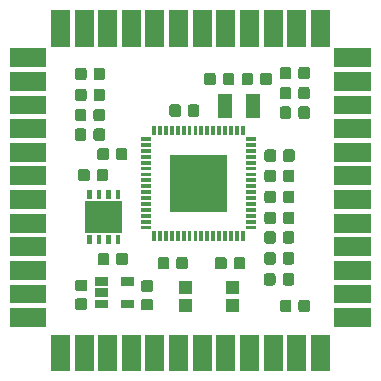
<source format=gbr>
G04 #@! TF.GenerationSoftware,KiCad,Pcbnew,(5.1.5-0-10_14)*
G04 #@! TF.CreationDate,2019-12-28T15:12:34-06:00*
G04 #@! TF.ProjectId,CircuitBrains Deluxe v1_3,43697263-7569-4744-9272-61696e732044,rev?*
G04 #@! TF.SameCoordinates,Original*
G04 #@! TF.FileFunction,Soldermask,Top*
G04 #@! TF.FilePolarity,Negative*
%FSLAX46Y46*%
G04 Gerber Fmt 4.6, Leading zero omitted, Abs format (unit mm)*
G04 Created by KiCad (PCBNEW (5.1.5-0-10_14)) date 2019-12-28 15:12:34*
%MOMM*%
%LPD*%
G04 APERTURE LIST*
%ADD10C,0.100000*%
G04 APERTURE END LIST*
D10*
G36*
X111450800Y-116250800D02*
G01*
X109849200Y-116250800D01*
X109849200Y-113149200D01*
X111450800Y-113149200D01*
X111450800Y-116250800D01*
G37*
G36*
X109450800Y-116250800D02*
G01*
X107849200Y-116250800D01*
X107849200Y-113149200D01*
X109450800Y-113149200D01*
X109450800Y-116250800D01*
G37*
G36*
X107450800Y-116250800D02*
G01*
X105849200Y-116250800D01*
X105849200Y-113149200D01*
X107450800Y-113149200D01*
X107450800Y-116250800D01*
G37*
G36*
X105450800Y-116250800D02*
G01*
X103849200Y-116250800D01*
X103849200Y-113149200D01*
X105450800Y-113149200D01*
X105450800Y-116250800D01*
G37*
G36*
X103450800Y-116250800D02*
G01*
X101849200Y-116250800D01*
X101849200Y-113149200D01*
X103450800Y-113149200D01*
X103450800Y-116250800D01*
G37*
G36*
X101450800Y-116250800D02*
G01*
X99849200Y-116250800D01*
X99849200Y-113149200D01*
X101450800Y-113149200D01*
X101450800Y-116250800D01*
G37*
G36*
X99450800Y-116250800D02*
G01*
X97849200Y-116250800D01*
X97849200Y-113149200D01*
X99450800Y-113149200D01*
X99450800Y-116250800D01*
G37*
G36*
X97450800Y-116250800D02*
G01*
X95849200Y-116250800D01*
X95849200Y-113149200D01*
X97450800Y-113149200D01*
X97450800Y-116250800D01*
G37*
G36*
X95450800Y-116250800D02*
G01*
X93849200Y-116250800D01*
X93849200Y-113149200D01*
X95450800Y-113149200D01*
X95450800Y-116250800D01*
G37*
G36*
X93450800Y-116250800D02*
G01*
X91849200Y-116250800D01*
X91849200Y-113149200D01*
X93450800Y-113149200D01*
X93450800Y-116250800D01*
G37*
G36*
X91450800Y-116250800D02*
G01*
X89849200Y-116250800D01*
X89849200Y-113149200D01*
X91450800Y-113149200D01*
X91450800Y-116250800D01*
G37*
G36*
X89450800Y-116250800D02*
G01*
X87849200Y-116250800D01*
X87849200Y-113149200D01*
X89450800Y-113149200D01*
X89450800Y-116250800D01*
G37*
G36*
X87450800Y-112500800D02*
G01*
X84349200Y-112500800D01*
X84349200Y-110899200D01*
X87450800Y-110899200D01*
X87450800Y-112500800D01*
G37*
G36*
X114950800Y-112500800D02*
G01*
X111849200Y-112500800D01*
X111849200Y-110899200D01*
X114950800Y-110899200D01*
X114950800Y-112500800D01*
G37*
G36*
X99753800Y-111268800D02*
G01*
X98652200Y-111268800D01*
X98652200Y-110167200D01*
X99753800Y-110167200D01*
X99753800Y-111268800D01*
G37*
G36*
X103753800Y-111268800D02*
G01*
X102652200Y-111268800D01*
X102652200Y-110167200D01*
X103753800Y-110167200D01*
X103753800Y-111268800D01*
G37*
G36*
X109599561Y-110178646D02*
G01*
X109640574Y-110191088D01*
X109678380Y-110211295D01*
X109711513Y-110238487D01*
X109738705Y-110271620D01*
X109758912Y-110309426D01*
X109771354Y-110350439D01*
X109775800Y-110395582D01*
X109775800Y-111004418D01*
X109771354Y-111049561D01*
X109758912Y-111090574D01*
X109738705Y-111128380D01*
X109711513Y-111161513D01*
X109678380Y-111188705D01*
X109640574Y-111208912D01*
X109599561Y-111221354D01*
X109554418Y-111225800D01*
X109020582Y-111225800D01*
X108975439Y-111221354D01*
X108934426Y-111208912D01*
X108896620Y-111188705D01*
X108863487Y-111161513D01*
X108836295Y-111128380D01*
X108816088Y-111090574D01*
X108803646Y-111049561D01*
X108799200Y-111004418D01*
X108799200Y-110395582D01*
X108803646Y-110350439D01*
X108816088Y-110309426D01*
X108836295Y-110271620D01*
X108863487Y-110238487D01*
X108896620Y-110211295D01*
X108934426Y-110191088D01*
X108975439Y-110178646D01*
X109020582Y-110174200D01*
X109554418Y-110174200D01*
X109599561Y-110178646D01*
G37*
G36*
X108024561Y-110178646D02*
G01*
X108065574Y-110191088D01*
X108103380Y-110211295D01*
X108136513Y-110238487D01*
X108163705Y-110271620D01*
X108183912Y-110309426D01*
X108196354Y-110350439D01*
X108200800Y-110395582D01*
X108200800Y-111004418D01*
X108196354Y-111049561D01*
X108183912Y-111090574D01*
X108163705Y-111128380D01*
X108136513Y-111161513D01*
X108103380Y-111188705D01*
X108065574Y-111208912D01*
X108024561Y-111221354D01*
X107979418Y-111225800D01*
X107445582Y-111225800D01*
X107400439Y-111221354D01*
X107359426Y-111208912D01*
X107321620Y-111188705D01*
X107288487Y-111161513D01*
X107261295Y-111128380D01*
X107241088Y-111090574D01*
X107228646Y-111049561D01*
X107224200Y-111004418D01*
X107224200Y-110395582D01*
X107228646Y-110350439D01*
X107241088Y-110309426D01*
X107261295Y-110271620D01*
X107288487Y-110238487D01*
X107321620Y-110211295D01*
X107359426Y-110191088D01*
X107400439Y-110178646D01*
X107445582Y-110174200D01*
X107979418Y-110174200D01*
X108024561Y-110178646D01*
G37*
G36*
X96345561Y-110120646D02*
G01*
X96386574Y-110133088D01*
X96424380Y-110153295D01*
X96457513Y-110180487D01*
X96484705Y-110213620D01*
X96504912Y-110251426D01*
X96517354Y-110292439D01*
X96521800Y-110337582D01*
X96521800Y-110871418D01*
X96517354Y-110916561D01*
X96504912Y-110957574D01*
X96484705Y-110995380D01*
X96457513Y-111028513D01*
X96424380Y-111055705D01*
X96386574Y-111075912D01*
X96345561Y-111088354D01*
X96300418Y-111092800D01*
X95691582Y-111092800D01*
X95646439Y-111088354D01*
X95605426Y-111075912D01*
X95567620Y-111055705D01*
X95534487Y-111028513D01*
X95507295Y-110995380D01*
X95487088Y-110957574D01*
X95474646Y-110916561D01*
X95470200Y-110871418D01*
X95470200Y-110337582D01*
X95474646Y-110292439D01*
X95487088Y-110251426D01*
X95507295Y-110213620D01*
X95534487Y-110180487D01*
X95567620Y-110153295D01*
X95605426Y-110133088D01*
X95646439Y-110120646D01*
X95691582Y-110116200D01*
X96300418Y-110116200D01*
X96345561Y-110120646D01*
G37*
G36*
X90757561Y-110069646D02*
G01*
X90798574Y-110082088D01*
X90836380Y-110102295D01*
X90869513Y-110129487D01*
X90896705Y-110162620D01*
X90916912Y-110200426D01*
X90929354Y-110241439D01*
X90933800Y-110286582D01*
X90933800Y-110820418D01*
X90929354Y-110865561D01*
X90916912Y-110906574D01*
X90896705Y-110944380D01*
X90869513Y-110977513D01*
X90836380Y-111004705D01*
X90798574Y-111024912D01*
X90757561Y-111037354D01*
X90712418Y-111041800D01*
X90103582Y-111041800D01*
X90058439Y-111037354D01*
X90017426Y-111024912D01*
X89979620Y-111004705D01*
X89946487Y-110977513D01*
X89919295Y-110944380D01*
X89899088Y-110906574D01*
X89886646Y-110865561D01*
X89882200Y-110820418D01*
X89882200Y-110286582D01*
X89886646Y-110241439D01*
X89899088Y-110200426D01*
X89919295Y-110162620D01*
X89946487Y-110129487D01*
X89979620Y-110102295D01*
X90017426Y-110082088D01*
X90058439Y-110069646D01*
X90103582Y-110065200D01*
X90712418Y-110065200D01*
X90757561Y-110069646D01*
G37*
G36*
X92698800Y-110926800D02*
G01*
X91537200Y-110926800D01*
X91537200Y-110175200D01*
X92698800Y-110175200D01*
X92698800Y-110926800D01*
G37*
G36*
X94898800Y-110926800D02*
G01*
X93737200Y-110926800D01*
X93737200Y-110175200D01*
X94898800Y-110175200D01*
X94898800Y-110926800D01*
G37*
G36*
X114950800Y-110500800D02*
G01*
X111849200Y-110500800D01*
X111849200Y-108899200D01*
X114950800Y-108899200D01*
X114950800Y-110500800D01*
G37*
G36*
X87450800Y-110500800D02*
G01*
X84349200Y-110500800D01*
X84349200Y-108899200D01*
X87450800Y-108899200D01*
X87450800Y-110500800D01*
G37*
G36*
X92698800Y-109976800D02*
G01*
X91537200Y-109976800D01*
X91537200Y-109225200D01*
X92698800Y-109225200D01*
X92698800Y-109976800D01*
G37*
G36*
X103753800Y-109668800D02*
G01*
X102652200Y-109668800D01*
X102652200Y-108567200D01*
X103753800Y-108567200D01*
X103753800Y-109668800D01*
G37*
G36*
X99753800Y-109668800D02*
G01*
X98652200Y-109668800D01*
X98652200Y-108567200D01*
X99753800Y-108567200D01*
X99753800Y-109668800D01*
G37*
G36*
X96345561Y-108545646D02*
G01*
X96386574Y-108558088D01*
X96424380Y-108578295D01*
X96457513Y-108605487D01*
X96484705Y-108638620D01*
X96504912Y-108676426D01*
X96517354Y-108717439D01*
X96521800Y-108762582D01*
X96521800Y-109296418D01*
X96517354Y-109341561D01*
X96504912Y-109382574D01*
X96484705Y-109420380D01*
X96457513Y-109453513D01*
X96424380Y-109480705D01*
X96386574Y-109500912D01*
X96345561Y-109513354D01*
X96300418Y-109517800D01*
X95691582Y-109517800D01*
X95646439Y-109513354D01*
X95605426Y-109500912D01*
X95567620Y-109480705D01*
X95534487Y-109453513D01*
X95507295Y-109420380D01*
X95487088Y-109382574D01*
X95474646Y-109341561D01*
X95470200Y-109296418D01*
X95470200Y-108762582D01*
X95474646Y-108717439D01*
X95487088Y-108676426D01*
X95507295Y-108638620D01*
X95534487Y-108605487D01*
X95567620Y-108578295D01*
X95605426Y-108558088D01*
X95646439Y-108545646D01*
X95691582Y-108541200D01*
X96300418Y-108541200D01*
X96345561Y-108545646D01*
G37*
G36*
X90757561Y-108494646D02*
G01*
X90798574Y-108507088D01*
X90836380Y-108527295D01*
X90869513Y-108554487D01*
X90896705Y-108587620D01*
X90916912Y-108625426D01*
X90929354Y-108666439D01*
X90933800Y-108711582D01*
X90933800Y-109245418D01*
X90929354Y-109290561D01*
X90916912Y-109331574D01*
X90896705Y-109369380D01*
X90869513Y-109402513D01*
X90836380Y-109429705D01*
X90798574Y-109449912D01*
X90757561Y-109462354D01*
X90712418Y-109466800D01*
X90103582Y-109466800D01*
X90058439Y-109462354D01*
X90017426Y-109449912D01*
X89979620Y-109429705D01*
X89946487Y-109402513D01*
X89919295Y-109369380D01*
X89899088Y-109331574D01*
X89886646Y-109290561D01*
X89882200Y-109245418D01*
X89882200Y-108711582D01*
X89886646Y-108666439D01*
X89899088Y-108625426D01*
X89919295Y-108587620D01*
X89946487Y-108554487D01*
X89979620Y-108527295D01*
X90017426Y-108507088D01*
X90058439Y-108494646D01*
X90103582Y-108490200D01*
X90712418Y-108490200D01*
X90757561Y-108494646D01*
G37*
G36*
X92698800Y-109026800D02*
G01*
X91537200Y-109026800D01*
X91537200Y-108275200D01*
X92698800Y-108275200D01*
X92698800Y-109026800D01*
G37*
G36*
X94898800Y-109026800D02*
G01*
X93737200Y-109026800D01*
X93737200Y-108275200D01*
X94898800Y-108275200D01*
X94898800Y-109026800D01*
G37*
G36*
X106680561Y-107936646D02*
G01*
X106721574Y-107949088D01*
X106759380Y-107969295D01*
X106792513Y-107996487D01*
X106819705Y-108029620D01*
X106839912Y-108067426D01*
X106852354Y-108108439D01*
X106856800Y-108153582D01*
X106856800Y-108762418D01*
X106852354Y-108807561D01*
X106839912Y-108848574D01*
X106819705Y-108886380D01*
X106792513Y-108919513D01*
X106759380Y-108946705D01*
X106721574Y-108966912D01*
X106680561Y-108979354D01*
X106635418Y-108983800D01*
X106101582Y-108983800D01*
X106056439Y-108979354D01*
X106015426Y-108966912D01*
X105977620Y-108946705D01*
X105944487Y-108919513D01*
X105917295Y-108886380D01*
X105897088Y-108848574D01*
X105884646Y-108807561D01*
X105880200Y-108762418D01*
X105880200Y-108153582D01*
X105884646Y-108108439D01*
X105897088Y-108067426D01*
X105917295Y-108029620D01*
X105944487Y-107996487D01*
X105977620Y-107969295D01*
X106015426Y-107949088D01*
X106056439Y-107936646D01*
X106101582Y-107932200D01*
X106635418Y-107932200D01*
X106680561Y-107936646D01*
G37*
G36*
X108255561Y-107936646D02*
G01*
X108296574Y-107949088D01*
X108334380Y-107969295D01*
X108367513Y-107996487D01*
X108394705Y-108029620D01*
X108414912Y-108067426D01*
X108427354Y-108108439D01*
X108431800Y-108153582D01*
X108431800Y-108762418D01*
X108427354Y-108807561D01*
X108414912Y-108848574D01*
X108394705Y-108886380D01*
X108367513Y-108919513D01*
X108334380Y-108946705D01*
X108296574Y-108966912D01*
X108255561Y-108979354D01*
X108210418Y-108983800D01*
X107676582Y-108983800D01*
X107631439Y-108979354D01*
X107590426Y-108966912D01*
X107552620Y-108946705D01*
X107519487Y-108919513D01*
X107492295Y-108886380D01*
X107472088Y-108848574D01*
X107459646Y-108807561D01*
X107455200Y-108762418D01*
X107455200Y-108153582D01*
X107459646Y-108108439D01*
X107472088Y-108067426D01*
X107492295Y-108029620D01*
X107519487Y-107996487D01*
X107552620Y-107969295D01*
X107590426Y-107949088D01*
X107631439Y-107936646D01*
X107676582Y-107932200D01*
X108210418Y-107932200D01*
X108255561Y-107936646D01*
G37*
G36*
X114950800Y-108500800D02*
G01*
X111849200Y-108500800D01*
X111849200Y-106899200D01*
X114950800Y-106899200D01*
X114950800Y-108500800D01*
G37*
G36*
X87450800Y-108500800D02*
G01*
X84349200Y-108500800D01*
X84349200Y-106899200D01*
X87450800Y-106899200D01*
X87450800Y-108500800D01*
G37*
G36*
X104111561Y-106578646D02*
G01*
X104152574Y-106591088D01*
X104190380Y-106611295D01*
X104223513Y-106638487D01*
X104250705Y-106671620D01*
X104270912Y-106709426D01*
X104283354Y-106750439D01*
X104287800Y-106795582D01*
X104287800Y-107404418D01*
X104283354Y-107449561D01*
X104270912Y-107490574D01*
X104250705Y-107528380D01*
X104223513Y-107561513D01*
X104190380Y-107588705D01*
X104152574Y-107608912D01*
X104111561Y-107621354D01*
X104066418Y-107625800D01*
X103532582Y-107625800D01*
X103487439Y-107621354D01*
X103446426Y-107608912D01*
X103408620Y-107588705D01*
X103375487Y-107561513D01*
X103348295Y-107528380D01*
X103328088Y-107490574D01*
X103315646Y-107449561D01*
X103311200Y-107404418D01*
X103311200Y-106795582D01*
X103315646Y-106750439D01*
X103328088Y-106709426D01*
X103348295Y-106671620D01*
X103375487Y-106638487D01*
X103408620Y-106611295D01*
X103446426Y-106591088D01*
X103487439Y-106578646D01*
X103532582Y-106574200D01*
X104066418Y-106574200D01*
X104111561Y-106578646D01*
G37*
G36*
X102536561Y-106578646D02*
G01*
X102577574Y-106591088D01*
X102615380Y-106611295D01*
X102648513Y-106638487D01*
X102675705Y-106671620D01*
X102695912Y-106709426D01*
X102708354Y-106750439D01*
X102712800Y-106795582D01*
X102712800Y-107404418D01*
X102708354Y-107449561D01*
X102695912Y-107490574D01*
X102675705Y-107528380D01*
X102648513Y-107561513D01*
X102615380Y-107588705D01*
X102577574Y-107608912D01*
X102536561Y-107621354D01*
X102491418Y-107625800D01*
X101957582Y-107625800D01*
X101912439Y-107621354D01*
X101871426Y-107608912D01*
X101833620Y-107588705D01*
X101800487Y-107561513D01*
X101773295Y-107528380D01*
X101753088Y-107490574D01*
X101740646Y-107449561D01*
X101736200Y-107404418D01*
X101736200Y-106795582D01*
X101740646Y-106750439D01*
X101753088Y-106709426D01*
X101773295Y-106671620D01*
X101800487Y-106638487D01*
X101833620Y-106611295D01*
X101871426Y-106591088D01*
X101912439Y-106578646D01*
X101957582Y-106574200D01*
X102491418Y-106574200D01*
X102536561Y-106578646D01*
G37*
G36*
X99254561Y-106578646D02*
G01*
X99295574Y-106591088D01*
X99333380Y-106611295D01*
X99366513Y-106638487D01*
X99393705Y-106671620D01*
X99413912Y-106709426D01*
X99426354Y-106750439D01*
X99430800Y-106795582D01*
X99430800Y-107404418D01*
X99426354Y-107449561D01*
X99413912Y-107490574D01*
X99393705Y-107528380D01*
X99366513Y-107561513D01*
X99333380Y-107588705D01*
X99295574Y-107608912D01*
X99254561Y-107621354D01*
X99209418Y-107625800D01*
X98675582Y-107625800D01*
X98630439Y-107621354D01*
X98589426Y-107608912D01*
X98551620Y-107588705D01*
X98518487Y-107561513D01*
X98491295Y-107528380D01*
X98471088Y-107490574D01*
X98458646Y-107449561D01*
X98454200Y-107404418D01*
X98454200Y-106795582D01*
X98458646Y-106750439D01*
X98471088Y-106709426D01*
X98491295Y-106671620D01*
X98518487Y-106638487D01*
X98551620Y-106611295D01*
X98589426Y-106591088D01*
X98630439Y-106578646D01*
X98675582Y-106574200D01*
X99209418Y-106574200D01*
X99254561Y-106578646D01*
G37*
G36*
X97679561Y-106578646D02*
G01*
X97720574Y-106591088D01*
X97758380Y-106611295D01*
X97791513Y-106638487D01*
X97818705Y-106671620D01*
X97838912Y-106709426D01*
X97851354Y-106750439D01*
X97855800Y-106795582D01*
X97855800Y-107404418D01*
X97851354Y-107449561D01*
X97838912Y-107490574D01*
X97818705Y-107528380D01*
X97791513Y-107561513D01*
X97758380Y-107588705D01*
X97720574Y-107608912D01*
X97679561Y-107621354D01*
X97634418Y-107625800D01*
X97100582Y-107625800D01*
X97055439Y-107621354D01*
X97014426Y-107608912D01*
X96976620Y-107588705D01*
X96943487Y-107561513D01*
X96916295Y-107528380D01*
X96896088Y-107490574D01*
X96883646Y-107449561D01*
X96879200Y-107404418D01*
X96879200Y-106795582D01*
X96883646Y-106750439D01*
X96896088Y-106709426D01*
X96916295Y-106671620D01*
X96943487Y-106638487D01*
X96976620Y-106611295D01*
X97014426Y-106591088D01*
X97055439Y-106578646D01*
X97100582Y-106574200D01*
X97634418Y-106574200D01*
X97679561Y-106578646D01*
G37*
G36*
X92599561Y-106222646D02*
G01*
X92640574Y-106235088D01*
X92678380Y-106255295D01*
X92711513Y-106282487D01*
X92738705Y-106315620D01*
X92758912Y-106353426D01*
X92771354Y-106394439D01*
X92775800Y-106439582D01*
X92775800Y-107048418D01*
X92771354Y-107093561D01*
X92758912Y-107134574D01*
X92738705Y-107172380D01*
X92711513Y-107205513D01*
X92678380Y-107232705D01*
X92640574Y-107252912D01*
X92599561Y-107265354D01*
X92554418Y-107269800D01*
X92020582Y-107269800D01*
X91975439Y-107265354D01*
X91934426Y-107252912D01*
X91896620Y-107232705D01*
X91863487Y-107205513D01*
X91836295Y-107172380D01*
X91816088Y-107134574D01*
X91803646Y-107093561D01*
X91799200Y-107048418D01*
X91799200Y-106439582D01*
X91803646Y-106394439D01*
X91816088Y-106353426D01*
X91836295Y-106315620D01*
X91863487Y-106282487D01*
X91896620Y-106255295D01*
X91934426Y-106235088D01*
X91975439Y-106222646D01*
X92020582Y-106218200D01*
X92554418Y-106218200D01*
X92599561Y-106222646D01*
G37*
G36*
X94174561Y-106222646D02*
G01*
X94215574Y-106235088D01*
X94253380Y-106255295D01*
X94286513Y-106282487D01*
X94313705Y-106315620D01*
X94333912Y-106353426D01*
X94346354Y-106394439D01*
X94350800Y-106439582D01*
X94350800Y-107048418D01*
X94346354Y-107093561D01*
X94333912Y-107134574D01*
X94313705Y-107172380D01*
X94286513Y-107205513D01*
X94253380Y-107232705D01*
X94215574Y-107252912D01*
X94174561Y-107265354D01*
X94129418Y-107269800D01*
X93595582Y-107269800D01*
X93550439Y-107265354D01*
X93509426Y-107252912D01*
X93471620Y-107232705D01*
X93438487Y-107205513D01*
X93411295Y-107172380D01*
X93391088Y-107134574D01*
X93378646Y-107093561D01*
X93374200Y-107048418D01*
X93374200Y-106439582D01*
X93378646Y-106394439D01*
X93391088Y-106353426D01*
X93411295Y-106315620D01*
X93438487Y-106282487D01*
X93471620Y-106255295D01*
X93509426Y-106235088D01*
X93550439Y-106222646D01*
X93595582Y-106218200D01*
X94129418Y-106218200D01*
X94174561Y-106222646D01*
G37*
G36*
X106706561Y-106158646D02*
G01*
X106747574Y-106171088D01*
X106785380Y-106191295D01*
X106818513Y-106218487D01*
X106845705Y-106251620D01*
X106865912Y-106289426D01*
X106878354Y-106330439D01*
X106882800Y-106375582D01*
X106882800Y-106984418D01*
X106878354Y-107029561D01*
X106865912Y-107070574D01*
X106845705Y-107108380D01*
X106818513Y-107141513D01*
X106785380Y-107168705D01*
X106747574Y-107188912D01*
X106706561Y-107201354D01*
X106661418Y-107205800D01*
X106127582Y-107205800D01*
X106082439Y-107201354D01*
X106041426Y-107188912D01*
X106003620Y-107168705D01*
X105970487Y-107141513D01*
X105943295Y-107108380D01*
X105923088Y-107070574D01*
X105910646Y-107029561D01*
X105906200Y-106984418D01*
X105906200Y-106375582D01*
X105910646Y-106330439D01*
X105923088Y-106289426D01*
X105943295Y-106251620D01*
X105970487Y-106218487D01*
X106003620Y-106191295D01*
X106041426Y-106171088D01*
X106082439Y-106158646D01*
X106127582Y-106154200D01*
X106661418Y-106154200D01*
X106706561Y-106158646D01*
G37*
G36*
X108281561Y-106158646D02*
G01*
X108322574Y-106171088D01*
X108360380Y-106191295D01*
X108393513Y-106218487D01*
X108420705Y-106251620D01*
X108440912Y-106289426D01*
X108453354Y-106330439D01*
X108457800Y-106375582D01*
X108457800Y-106984418D01*
X108453354Y-107029561D01*
X108440912Y-107070574D01*
X108420705Y-107108380D01*
X108393513Y-107141513D01*
X108360380Y-107168705D01*
X108322574Y-107188912D01*
X108281561Y-107201354D01*
X108236418Y-107205800D01*
X107702582Y-107205800D01*
X107657439Y-107201354D01*
X107616426Y-107188912D01*
X107578620Y-107168705D01*
X107545487Y-107141513D01*
X107518295Y-107108380D01*
X107498088Y-107070574D01*
X107485646Y-107029561D01*
X107481200Y-106984418D01*
X107481200Y-106375582D01*
X107485646Y-106330439D01*
X107498088Y-106289426D01*
X107518295Y-106251620D01*
X107545487Y-106218487D01*
X107578620Y-106191295D01*
X107616426Y-106171088D01*
X107657439Y-106158646D01*
X107702582Y-106154200D01*
X108236418Y-106154200D01*
X108281561Y-106158646D01*
G37*
G36*
X114950800Y-106500800D02*
G01*
X111849200Y-106500800D01*
X111849200Y-104899200D01*
X114950800Y-104899200D01*
X114950800Y-106500800D01*
G37*
G36*
X87450800Y-106500800D02*
G01*
X84349200Y-106500800D01*
X84349200Y-104899200D01*
X87450800Y-104899200D01*
X87450800Y-106500800D01*
G37*
G36*
X92913800Y-105438800D02*
G01*
X92512200Y-105438800D01*
X92512200Y-104737200D01*
X92913800Y-104737200D01*
X92913800Y-105438800D01*
G37*
G36*
X93713800Y-105438800D02*
G01*
X93312200Y-105438800D01*
X93312200Y-104737200D01*
X93713800Y-104737200D01*
X93713800Y-105438800D01*
G37*
G36*
X92113800Y-105438800D02*
G01*
X91712200Y-105438800D01*
X91712200Y-104737200D01*
X92113800Y-104737200D01*
X92113800Y-105438800D01*
G37*
G36*
X91313800Y-105438800D02*
G01*
X90912200Y-105438800D01*
X90912200Y-104737200D01*
X91313800Y-104737200D01*
X91313800Y-105438800D01*
G37*
G36*
X106712561Y-104380646D02*
G01*
X106753574Y-104393088D01*
X106791380Y-104413295D01*
X106824513Y-104440487D01*
X106851705Y-104473620D01*
X106871912Y-104511426D01*
X106884354Y-104552439D01*
X106888800Y-104597582D01*
X106888800Y-105206418D01*
X106884354Y-105251561D01*
X106871912Y-105292574D01*
X106851705Y-105330380D01*
X106824513Y-105363513D01*
X106791380Y-105390705D01*
X106753574Y-105410912D01*
X106712561Y-105423354D01*
X106667418Y-105427800D01*
X106133582Y-105427800D01*
X106088439Y-105423354D01*
X106047426Y-105410912D01*
X106009620Y-105390705D01*
X105976487Y-105363513D01*
X105949295Y-105330380D01*
X105929088Y-105292574D01*
X105916646Y-105251561D01*
X105912200Y-105206418D01*
X105912200Y-104597582D01*
X105916646Y-104552439D01*
X105929088Y-104511426D01*
X105949295Y-104473620D01*
X105976487Y-104440487D01*
X106009620Y-104413295D01*
X106047426Y-104393088D01*
X106088439Y-104380646D01*
X106133582Y-104376200D01*
X106667418Y-104376200D01*
X106712561Y-104380646D01*
G37*
G36*
X108287561Y-104380646D02*
G01*
X108328574Y-104393088D01*
X108366380Y-104413295D01*
X108399513Y-104440487D01*
X108426705Y-104473620D01*
X108446912Y-104511426D01*
X108459354Y-104552439D01*
X108463800Y-104597582D01*
X108463800Y-105206418D01*
X108459354Y-105251561D01*
X108446912Y-105292574D01*
X108426705Y-105330380D01*
X108399513Y-105363513D01*
X108366380Y-105390705D01*
X108328574Y-105410912D01*
X108287561Y-105423354D01*
X108242418Y-105427800D01*
X107708582Y-105427800D01*
X107663439Y-105423354D01*
X107622426Y-105410912D01*
X107584620Y-105390705D01*
X107551487Y-105363513D01*
X107524295Y-105330380D01*
X107504088Y-105292574D01*
X107491646Y-105251561D01*
X107487200Y-105206418D01*
X107487200Y-104597582D01*
X107491646Y-104552439D01*
X107504088Y-104511426D01*
X107524295Y-104473620D01*
X107551487Y-104440487D01*
X107584620Y-104413295D01*
X107622426Y-104393088D01*
X107663439Y-104380646D01*
X107708582Y-104376200D01*
X108242418Y-104376200D01*
X108287561Y-104380646D01*
G37*
G36*
X101239320Y-105177590D02*
G01*
X100919280Y-105177590D01*
X100919280Y-104377490D01*
X101239320Y-104377490D01*
X101239320Y-105177590D01*
G37*
G36*
X100241100Y-105177590D02*
G01*
X99921060Y-105177590D01*
X99921060Y-104377490D01*
X100241100Y-104377490D01*
X100241100Y-105177590D01*
G37*
G36*
X99740720Y-105177590D02*
G01*
X99420680Y-105177590D01*
X99420680Y-104377490D01*
X99740720Y-104377490D01*
X99740720Y-105177590D01*
G37*
G36*
X100738940Y-105177590D02*
G01*
X100418900Y-105177590D01*
X100418900Y-104377490D01*
X100738940Y-104377490D01*
X100738940Y-105177590D01*
G37*
G36*
X98242120Y-105177590D02*
G01*
X97922080Y-105177590D01*
X97922080Y-104377490D01*
X98242120Y-104377490D01*
X98242120Y-105177590D01*
G37*
G36*
X104239060Y-105177590D02*
G01*
X103919020Y-105177590D01*
X103919020Y-104377490D01*
X104239060Y-104377490D01*
X104239060Y-105177590D01*
G37*
G36*
X103738680Y-105177590D02*
G01*
X103418640Y-105177590D01*
X103418640Y-104377490D01*
X103738680Y-104377490D01*
X103738680Y-105177590D01*
G37*
G36*
X103238300Y-105177590D02*
G01*
X102918260Y-105177590D01*
X102918260Y-104377490D01*
X103238300Y-104377490D01*
X103238300Y-105177590D01*
G37*
G36*
X101739700Y-105177590D02*
G01*
X101419660Y-105177590D01*
X101419660Y-104377490D01*
X101739700Y-104377490D01*
X101739700Y-105177590D01*
G37*
G36*
X98742500Y-105177590D02*
G01*
X98422460Y-105177590D01*
X98422460Y-104377490D01*
X98742500Y-104377490D01*
X98742500Y-105177590D01*
G37*
G36*
X99240340Y-105177590D02*
G01*
X98920300Y-105177590D01*
X98920300Y-104377490D01*
X99240340Y-104377490D01*
X99240340Y-105177590D01*
G37*
G36*
X102737920Y-105177590D02*
G01*
X102417880Y-105177590D01*
X102417880Y-104377490D01*
X102737920Y-104377490D01*
X102737920Y-105177590D01*
G37*
G36*
X102237540Y-105177590D02*
G01*
X101917500Y-105177590D01*
X101917500Y-104377490D01*
X102237540Y-104377490D01*
X102237540Y-105177590D01*
G37*
G36*
X96740980Y-105177590D02*
G01*
X96420940Y-105177590D01*
X96420940Y-104377490D01*
X96740980Y-104377490D01*
X96740980Y-105177590D01*
G37*
G36*
X97241360Y-105177590D02*
G01*
X96921320Y-105177590D01*
X96921320Y-104377490D01*
X97241360Y-104377490D01*
X97241360Y-105177590D01*
G37*
G36*
X97741740Y-105177590D02*
G01*
X97421700Y-105177590D01*
X97421700Y-104377490D01*
X97741740Y-104377490D01*
X97741740Y-105177590D01*
G37*
G36*
X93863800Y-104538800D02*
G01*
X90762200Y-104538800D01*
X90762200Y-101837200D01*
X93863800Y-101837200D01*
X93863800Y-104538800D01*
G37*
G36*
X114950800Y-104500800D02*
G01*
X111849200Y-104500800D01*
X111849200Y-102899200D01*
X114950800Y-102899200D01*
X114950800Y-104500800D01*
G37*
G36*
X87450800Y-104500800D02*
G01*
X84349200Y-104500800D01*
X84349200Y-102899200D01*
X87450800Y-102899200D01*
X87450800Y-104500800D01*
G37*
G36*
X105177590Y-104239060D02*
G01*
X104377490Y-104239060D01*
X104377490Y-103919020D01*
X105177590Y-103919020D01*
X105177590Y-104239060D01*
G37*
G36*
X96282510Y-104239060D02*
G01*
X95482410Y-104239060D01*
X95482410Y-103919020D01*
X96282510Y-103919020D01*
X96282510Y-104239060D01*
G37*
G36*
X108287561Y-102729646D02*
G01*
X108328574Y-102742088D01*
X108366380Y-102762295D01*
X108399513Y-102789487D01*
X108426705Y-102822620D01*
X108446912Y-102860426D01*
X108459354Y-102901439D01*
X108463800Y-102946582D01*
X108463800Y-103555418D01*
X108459354Y-103600561D01*
X108446912Y-103641574D01*
X108426705Y-103679380D01*
X108399513Y-103712513D01*
X108366380Y-103739705D01*
X108328574Y-103759912D01*
X108287561Y-103772354D01*
X108242418Y-103776800D01*
X107708582Y-103776800D01*
X107663439Y-103772354D01*
X107622426Y-103759912D01*
X107584620Y-103739705D01*
X107551487Y-103712513D01*
X107524295Y-103679380D01*
X107504088Y-103641574D01*
X107491646Y-103600561D01*
X107487200Y-103555418D01*
X107487200Y-102946582D01*
X107491646Y-102901439D01*
X107504088Y-102860426D01*
X107524295Y-102822620D01*
X107551487Y-102789487D01*
X107584620Y-102762295D01*
X107622426Y-102742088D01*
X107663439Y-102729646D01*
X107708582Y-102725200D01*
X108242418Y-102725200D01*
X108287561Y-102729646D01*
G37*
G36*
X106712561Y-102729646D02*
G01*
X106753574Y-102742088D01*
X106791380Y-102762295D01*
X106824513Y-102789487D01*
X106851705Y-102822620D01*
X106871912Y-102860426D01*
X106884354Y-102901439D01*
X106888800Y-102946582D01*
X106888800Y-103555418D01*
X106884354Y-103600561D01*
X106871912Y-103641574D01*
X106851705Y-103679380D01*
X106824513Y-103712513D01*
X106791380Y-103739705D01*
X106753574Y-103759912D01*
X106712561Y-103772354D01*
X106667418Y-103776800D01*
X106133582Y-103776800D01*
X106088439Y-103772354D01*
X106047426Y-103759912D01*
X106009620Y-103739705D01*
X105976487Y-103712513D01*
X105949295Y-103679380D01*
X105929088Y-103641574D01*
X105916646Y-103600561D01*
X105912200Y-103555418D01*
X105912200Y-102946582D01*
X105916646Y-102901439D01*
X105929088Y-102860426D01*
X105949295Y-102822620D01*
X105976487Y-102789487D01*
X106009620Y-102762295D01*
X106047426Y-102742088D01*
X106088439Y-102729646D01*
X106133582Y-102725200D01*
X106667418Y-102725200D01*
X106712561Y-102729646D01*
G37*
G36*
X105177590Y-103738680D02*
G01*
X104377490Y-103738680D01*
X104377490Y-103418640D01*
X105177590Y-103418640D01*
X105177590Y-103738680D01*
G37*
G36*
X96282510Y-103738680D02*
G01*
X95482410Y-103738680D01*
X95482410Y-103418640D01*
X96282510Y-103418640D01*
X96282510Y-103738680D01*
G37*
G36*
X105177590Y-103238300D02*
G01*
X104377490Y-103238300D01*
X104377490Y-102918260D01*
X105177590Y-102918260D01*
X105177590Y-103238300D01*
G37*
G36*
X96282510Y-103238300D02*
G01*
X95482410Y-103238300D01*
X95482410Y-102918260D01*
X96282510Y-102918260D01*
X96282510Y-103238300D01*
G37*
G36*
X105177590Y-102737920D02*
G01*
X104377490Y-102737920D01*
X104377490Y-102417880D01*
X105177590Y-102417880D01*
X105177590Y-102737920D01*
G37*
G36*
X96282510Y-102737920D02*
G01*
X95482410Y-102737920D01*
X95482410Y-102417880D01*
X96282510Y-102417880D01*
X96282510Y-102737920D01*
G37*
G36*
X102730300Y-102730300D02*
G01*
X97929700Y-102730300D01*
X97929700Y-97929700D01*
X102730300Y-97929700D01*
X102730300Y-102730300D01*
G37*
G36*
X87450800Y-102500800D02*
G01*
X84349200Y-102500800D01*
X84349200Y-100899200D01*
X87450800Y-100899200D01*
X87450800Y-102500800D01*
G37*
G36*
X114950800Y-102500800D02*
G01*
X111849200Y-102500800D01*
X111849200Y-100899200D01*
X114950800Y-100899200D01*
X114950800Y-102500800D01*
G37*
G36*
X105177590Y-102237540D02*
G01*
X104377490Y-102237540D01*
X104377490Y-101917500D01*
X105177590Y-101917500D01*
X105177590Y-102237540D01*
G37*
G36*
X96282510Y-102237540D02*
G01*
X95482410Y-102237540D01*
X95482410Y-101917500D01*
X96282510Y-101917500D01*
X96282510Y-102237540D01*
G37*
G36*
X108287561Y-100951646D02*
G01*
X108328574Y-100964088D01*
X108366380Y-100984295D01*
X108399513Y-101011487D01*
X108426705Y-101044620D01*
X108446912Y-101082426D01*
X108459354Y-101123439D01*
X108463800Y-101168582D01*
X108463800Y-101777418D01*
X108459354Y-101822561D01*
X108446912Y-101863574D01*
X108426705Y-101901380D01*
X108399513Y-101934513D01*
X108366380Y-101961705D01*
X108328574Y-101981912D01*
X108287561Y-101994354D01*
X108242418Y-101998800D01*
X107708582Y-101998800D01*
X107663439Y-101994354D01*
X107622426Y-101981912D01*
X107584620Y-101961705D01*
X107551487Y-101934513D01*
X107524295Y-101901380D01*
X107504088Y-101863574D01*
X107491646Y-101822561D01*
X107487200Y-101777418D01*
X107487200Y-101168582D01*
X107491646Y-101123439D01*
X107504088Y-101082426D01*
X107524295Y-101044620D01*
X107551487Y-101011487D01*
X107584620Y-100984295D01*
X107622426Y-100964088D01*
X107663439Y-100951646D01*
X107708582Y-100947200D01*
X108242418Y-100947200D01*
X108287561Y-100951646D01*
G37*
G36*
X106712561Y-100951646D02*
G01*
X106753574Y-100964088D01*
X106791380Y-100984295D01*
X106824513Y-101011487D01*
X106851705Y-101044620D01*
X106871912Y-101082426D01*
X106884354Y-101123439D01*
X106888800Y-101168582D01*
X106888800Y-101777418D01*
X106884354Y-101822561D01*
X106871912Y-101863574D01*
X106851705Y-101901380D01*
X106824513Y-101934513D01*
X106791380Y-101961705D01*
X106753574Y-101981912D01*
X106712561Y-101994354D01*
X106667418Y-101998800D01*
X106133582Y-101998800D01*
X106088439Y-101994354D01*
X106047426Y-101981912D01*
X106009620Y-101961705D01*
X105976487Y-101934513D01*
X105949295Y-101901380D01*
X105929088Y-101863574D01*
X105916646Y-101822561D01*
X105912200Y-101777418D01*
X105912200Y-101168582D01*
X105916646Y-101123439D01*
X105929088Y-101082426D01*
X105949295Y-101044620D01*
X105976487Y-101011487D01*
X106009620Y-100984295D01*
X106047426Y-100964088D01*
X106088439Y-100951646D01*
X106133582Y-100947200D01*
X106667418Y-100947200D01*
X106712561Y-100951646D01*
G37*
G36*
X105177590Y-101739700D02*
G01*
X104377490Y-101739700D01*
X104377490Y-101419660D01*
X105177590Y-101419660D01*
X105177590Y-101739700D01*
G37*
G36*
X96282510Y-101739700D02*
G01*
X95482410Y-101739700D01*
X95482410Y-101419660D01*
X96282510Y-101419660D01*
X96282510Y-101739700D01*
G37*
G36*
X92913800Y-101638800D02*
G01*
X92512200Y-101638800D01*
X92512200Y-100937200D01*
X92913800Y-100937200D01*
X92913800Y-101638800D01*
G37*
G36*
X91313800Y-101638800D02*
G01*
X90912200Y-101638800D01*
X90912200Y-100937200D01*
X91313800Y-100937200D01*
X91313800Y-101638800D01*
G37*
G36*
X93713800Y-101638800D02*
G01*
X93312200Y-101638800D01*
X93312200Y-100937200D01*
X93713800Y-100937200D01*
X93713800Y-101638800D01*
G37*
G36*
X92113800Y-101638800D02*
G01*
X91712200Y-101638800D01*
X91712200Y-100937200D01*
X92113800Y-100937200D01*
X92113800Y-101638800D01*
G37*
G36*
X96282510Y-101239320D02*
G01*
X95482410Y-101239320D01*
X95482410Y-100919280D01*
X96282510Y-100919280D01*
X96282510Y-101239320D01*
G37*
G36*
X105177590Y-101239320D02*
G01*
X104377490Y-101239320D01*
X104377490Y-100919280D01*
X105177590Y-100919280D01*
X105177590Y-101239320D01*
G37*
G36*
X96282510Y-100738940D02*
G01*
X95482410Y-100738940D01*
X95482410Y-100418900D01*
X96282510Y-100418900D01*
X96282510Y-100738940D01*
G37*
G36*
X105177590Y-100738940D02*
G01*
X104377490Y-100738940D01*
X104377490Y-100418900D01*
X105177590Y-100418900D01*
X105177590Y-100738940D01*
G37*
G36*
X87450800Y-100500800D02*
G01*
X84349200Y-100500800D01*
X84349200Y-98899200D01*
X87450800Y-98899200D01*
X87450800Y-100500800D01*
G37*
G36*
X114950800Y-100500800D02*
G01*
X111849200Y-100500800D01*
X111849200Y-98899200D01*
X114950800Y-98899200D01*
X114950800Y-100500800D01*
G37*
G36*
X105177590Y-100241100D02*
G01*
X104377490Y-100241100D01*
X104377490Y-99921060D01*
X105177590Y-99921060D01*
X105177590Y-100241100D01*
G37*
G36*
X96282510Y-100241100D02*
G01*
X95482410Y-100241100D01*
X95482410Y-99921060D01*
X96282510Y-99921060D01*
X96282510Y-100241100D01*
G37*
G36*
X108287561Y-99173646D02*
G01*
X108328574Y-99186088D01*
X108366380Y-99206295D01*
X108399513Y-99233487D01*
X108426705Y-99266620D01*
X108446912Y-99304426D01*
X108459354Y-99345439D01*
X108463800Y-99390582D01*
X108463800Y-99999418D01*
X108459354Y-100044561D01*
X108446912Y-100085574D01*
X108426705Y-100123380D01*
X108399513Y-100156513D01*
X108366380Y-100183705D01*
X108328574Y-100203912D01*
X108287561Y-100216354D01*
X108242418Y-100220800D01*
X107708582Y-100220800D01*
X107663439Y-100216354D01*
X107622426Y-100203912D01*
X107584620Y-100183705D01*
X107551487Y-100156513D01*
X107524295Y-100123380D01*
X107504088Y-100085574D01*
X107491646Y-100044561D01*
X107487200Y-99999418D01*
X107487200Y-99390582D01*
X107491646Y-99345439D01*
X107504088Y-99304426D01*
X107524295Y-99266620D01*
X107551487Y-99233487D01*
X107584620Y-99206295D01*
X107622426Y-99186088D01*
X107663439Y-99173646D01*
X107708582Y-99169200D01*
X108242418Y-99169200D01*
X108287561Y-99173646D01*
G37*
G36*
X106712561Y-99173646D02*
G01*
X106753574Y-99186088D01*
X106791380Y-99206295D01*
X106824513Y-99233487D01*
X106851705Y-99266620D01*
X106871912Y-99304426D01*
X106884354Y-99345439D01*
X106888800Y-99390582D01*
X106888800Y-99999418D01*
X106884354Y-100044561D01*
X106871912Y-100085574D01*
X106851705Y-100123380D01*
X106824513Y-100156513D01*
X106791380Y-100183705D01*
X106753574Y-100203912D01*
X106712561Y-100216354D01*
X106667418Y-100220800D01*
X106133582Y-100220800D01*
X106088439Y-100216354D01*
X106047426Y-100203912D01*
X106009620Y-100183705D01*
X105976487Y-100156513D01*
X105949295Y-100123380D01*
X105929088Y-100085574D01*
X105916646Y-100044561D01*
X105912200Y-99999418D01*
X105912200Y-99390582D01*
X105916646Y-99345439D01*
X105929088Y-99304426D01*
X105949295Y-99266620D01*
X105976487Y-99233487D01*
X106009620Y-99206295D01*
X106047426Y-99186088D01*
X106088439Y-99173646D01*
X106133582Y-99169200D01*
X106667418Y-99169200D01*
X106712561Y-99173646D01*
G37*
G36*
X90939061Y-99110146D02*
G01*
X90980074Y-99122588D01*
X91017880Y-99142795D01*
X91051013Y-99169987D01*
X91078205Y-99203120D01*
X91098412Y-99240926D01*
X91110854Y-99281939D01*
X91115300Y-99327082D01*
X91115300Y-99935918D01*
X91110854Y-99981061D01*
X91098412Y-100022074D01*
X91078205Y-100059880D01*
X91051013Y-100093013D01*
X91017880Y-100120205D01*
X90980074Y-100140412D01*
X90939061Y-100152854D01*
X90893918Y-100157300D01*
X90360082Y-100157300D01*
X90314939Y-100152854D01*
X90273926Y-100140412D01*
X90236120Y-100120205D01*
X90202987Y-100093013D01*
X90175795Y-100059880D01*
X90155588Y-100022074D01*
X90143146Y-99981061D01*
X90138700Y-99935918D01*
X90138700Y-99327082D01*
X90143146Y-99281939D01*
X90155588Y-99240926D01*
X90175795Y-99203120D01*
X90202987Y-99169987D01*
X90236120Y-99142795D01*
X90273926Y-99122588D01*
X90314939Y-99110146D01*
X90360082Y-99105700D01*
X90893918Y-99105700D01*
X90939061Y-99110146D01*
G37*
G36*
X92514061Y-99110146D02*
G01*
X92555074Y-99122588D01*
X92592880Y-99142795D01*
X92626013Y-99169987D01*
X92653205Y-99203120D01*
X92673412Y-99240926D01*
X92685854Y-99281939D01*
X92690300Y-99327082D01*
X92690300Y-99935918D01*
X92685854Y-99981061D01*
X92673412Y-100022074D01*
X92653205Y-100059880D01*
X92626013Y-100093013D01*
X92592880Y-100120205D01*
X92555074Y-100140412D01*
X92514061Y-100152854D01*
X92468918Y-100157300D01*
X91935082Y-100157300D01*
X91889939Y-100152854D01*
X91848926Y-100140412D01*
X91811120Y-100120205D01*
X91777987Y-100093013D01*
X91750795Y-100059880D01*
X91730588Y-100022074D01*
X91718146Y-99981061D01*
X91713700Y-99935918D01*
X91713700Y-99327082D01*
X91718146Y-99281939D01*
X91730588Y-99240926D01*
X91750795Y-99203120D01*
X91777987Y-99169987D01*
X91811120Y-99142795D01*
X91848926Y-99122588D01*
X91889939Y-99110146D01*
X91935082Y-99105700D01*
X92468918Y-99105700D01*
X92514061Y-99110146D01*
G37*
G36*
X105177590Y-99740720D02*
G01*
X104377490Y-99740720D01*
X104377490Y-99420680D01*
X105177590Y-99420680D01*
X105177590Y-99740720D01*
G37*
G36*
X96282510Y-99740720D02*
G01*
X95482410Y-99740720D01*
X95482410Y-99420680D01*
X96282510Y-99420680D01*
X96282510Y-99740720D01*
G37*
G36*
X105177590Y-99240340D02*
G01*
X104377490Y-99240340D01*
X104377490Y-98920300D01*
X105177590Y-98920300D01*
X105177590Y-99240340D01*
G37*
G36*
X96282510Y-99240340D02*
G01*
X95482410Y-99240340D01*
X95482410Y-98920300D01*
X96282510Y-98920300D01*
X96282510Y-99240340D01*
G37*
G36*
X105177590Y-98742500D02*
G01*
X104377490Y-98742500D01*
X104377490Y-98422460D01*
X105177590Y-98422460D01*
X105177590Y-98742500D01*
G37*
G36*
X96282510Y-98742500D02*
G01*
X95482410Y-98742500D01*
X95482410Y-98422460D01*
X96282510Y-98422460D01*
X96282510Y-98742500D01*
G37*
G36*
X106722561Y-97459146D02*
G01*
X106763574Y-97471588D01*
X106801380Y-97491795D01*
X106834513Y-97518987D01*
X106861705Y-97552120D01*
X106881912Y-97589926D01*
X106894354Y-97630939D01*
X106898800Y-97676082D01*
X106898800Y-98284918D01*
X106894354Y-98330061D01*
X106881912Y-98371074D01*
X106861705Y-98408880D01*
X106834513Y-98442013D01*
X106801380Y-98469205D01*
X106763574Y-98489412D01*
X106722561Y-98501854D01*
X106677418Y-98506300D01*
X106143582Y-98506300D01*
X106098439Y-98501854D01*
X106057426Y-98489412D01*
X106019620Y-98469205D01*
X105986487Y-98442013D01*
X105959295Y-98408880D01*
X105939088Y-98371074D01*
X105926646Y-98330061D01*
X105922200Y-98284918D01*
X105922200Y-97676082D01*
X105926646Y-97630939D01*
X105939088Y-97589926D01*
X105959295Y-97552120D01*
X105986487Y-97518987D01*
X106019620Y-97491795D01*
X106057426Y-97471588D01*
X106098439Y-97459146D01*
X106143582Y-97454700D01*
X106677418Y-97454700D01*
X106722561Y-97459146D01*
G37*
G36*
X108297561Y-97459146D02*
G01*
X108338574Y-97471588D01*
X108376380Y-97491795D01*
X108409513Y-97518987D01*
X108436705Y-97552120D01*
X108456912Y-97589926D01*
X108469354Y-97630939D01*
X108473800Y-97676082D01*
X108473800Y-98284918D01*
X108469354Y-98330061D01*
X108456912Y-98371074D01*
X108436705Y-98408880D01*
X108409513Y-98442013D01*
X108376380Y-98469205D01*
X108338574Y-98489412D01*
X108297561Y-98501854D01*
X108252418Y-98506300D01*
X107718582Y-98506300D01*
X107673439Y-98501854D01*
X107632426Y-98489412D01*
X107594620Y-98469205D01*
X107561487Y-98442013D01*
X107534295Y-98408880D01*
X107514088Y-98371074D01*
X107501646Y-98330061D01*
X107497200Y-98284918D01*
X107497200Y-97676082D01*
X107501646Y-97630939D01*
X107514088Y-97589926D01*
X107534295Y-97552120D01*
X107561487Y-97518987D01*
X107594620Y-97491795D01*
X107632426Y-97471588D01*
X107673439Y-97459146D01*
X107718582Y-97454700D01*
X108252418Y-97454700D01*
X108297561Y-97459146D01*
G37*
G36*
X114950800Y-98500800D02*
G01*
X111849200Y-98500800D01*
X111849200Y-96899200D01*
X114950800Y-96899200D01*
X114950800Y-98500800D01*
G37*
G36*
X87450800Y-98500800D02*
G01*
X84349200Y-98500800D01*
X84349200Y-96899200D01*
X87450800Y-96899200D01*
X87450800Y-98500800D01*
G37*
G36*
X94149061Y-97332146D02*
G01*
X94190074Y-97344588D01*
X94227880Y-97364795D01*
X94261013Y-97391987D01*
X94288205Y-97425120D01*
X94308412Y-97462926D01*
X94320854Y-97503939D01*
X94325300Y-97549082D01*
X94325300Y-98157918D01*
X94320854Y-98203061D01*
X94308412Y-98244074D01*
X94288205Y-98281880D01*
X94261013Y-98315013D01*
X94227880Y-98342205D01*
X94190074Y-98362412D01*
X94149061Y-98374854D01*
X94103918Y-98379300D01*
X93570082Y-98379300D01*
X93524939Y-98374854D01*
X93483926Y-98362412D01*
X93446120Y-98342205D01*
X93412987Y-98315013D01*
X93385795Y-98281880D01*
X93365588Y-98244074D01*
X93353146Y-98203061D01*
X93348700Y-98157918D01*
X93348700Y-97549082D01*
X93353146Y-97503939D01*
X93365588Y-97462926D01*
X93385795Y-97425120D01*
X93412987Y-97391987D01*
X93446120Y-97364795D01*
X93483926Y-97344588D01*
X93524939Y-97332146D01*
X93570082Y-97327700D01*
X94103918Y-97327700D01*
X94149061Y-97332146D01*
G37*
G36*
X92574061Y-97332146D02*
G01*
X92615074Y-97344588D01*
X92652880Y-97364795D01*
X92686013Y-97391987D01*
X92713205Y-97425120D01*
X92733412Y-97462926D01*
X92745854Y-97503939D01*
X92750300Y-97549082D01*
X92750300Y-98157918D01*
X92745854Y-98203061D01*
X92733412Y-98244074D01*
X92713205Y-98281880D01*
X92686013Y-98315013D01*
X92652880Y-98342205D01*
X92615074Y-98362412D01*
X92574061Y-98374854D01*
X92528918Y-98379300D01*
X91995082Y-98379300D01*
X91949939Y-98374854D01*
X91908926Y-98362412D01*
X91871120Y-98342205D01*
X91837987Y-98315013D01*
X91810795Y-98281880D01*
X91790588Y-98244074D01*
X91778146Y-98203061D01*
X91773700Y-98157918D01*
X91773700Y-97549082D01*
X91778146Y-97503939D01*
X91790588Y-97462926D01*
X91810795Y-97425120D01*
X91837987Y-97391987D01*
X91871120Y-97364795D01*
X91908926Y-97344588D01*
X91949939Y-97332146D01*
X91995082Y-97327700D01*
X92528918Y-97327700D01*
X92574061Y-97332146D01*
G37*
G36*
X105177590Y-98242120D02*
G01*
X104377490Y-98242120D01*
X104377490Y-97922080D01*
X105177590Y-97922080D01*
X105177590Y-98242120D01*
G37*
G36*
X96282510Y-98242120D02*
G01*
X95482410Y-98242120D01*
X95482410Y-97922080D01*
X96282510Y-97922080D01*
X96282510Y-98242120D01*
G37*
G36*
X96282510Y-97741740D02*
G01*
X95482410Y-97741740D01*
X95482410Y-97421700D01*
X96282510Y-97421700D01*
X96282510Y-97741740D01*
G37*
G36*
X105177590Y-97741740D02*
G01*
X104377490Y-97741740D01*
X104377490Y-97421700D01*
X105177590Y-97421700D01*
X105177590Y-97741740D01*
G37*
G36*
X105177590Y-97241360D02*
G01*
X104377490Y-97241360D01*
X104377490Y-96921320D01*
X105177590Y-96921320D01*
X105177590Y-97241360D01*
G37*
G36*
X96282510Y-97241360D02*
G01*
X95482410Y-97241360D01*
X95482410Y-96921320D01*
X96282510Y-96921320D01*
X96282510Y-97241360D01*
G37*
G36*
X105177590Y-96740980D02*
G01*
X104377490Y-96740980D01*
X104377490Y-96420940D01*
X105177590Y-96420940D01*
X105177590Y-96740980D01*
G37*
G36*
X96282510Y-96740980D02*
G01*
X95482410Y-96740980D01*
X95482410Y-96420940D01*
X96282510Y-96420940D01*
X96282510Y-96740980D01*
G37*
G36*
X90669061Y-95681146D02*
G01*
X90710074Y-95693588D01*
X90747880Y-95713795D01*
X90781013Y-95740987D01*
X90808205Y-95774120D01*
X90828412Y-95811926D01*
X90840854Y-95852939D01*
X90845300Y-95898082D01*
X90845300Y-96506918D01*
X90840854Y-96552061D01*
X90828412Y-96593074D01*
X90808205Y-96630880D01*
X90781013Y-96664013D01*
X90747880Y-96691205D01*
X90710074Y-96711412D01*
X90669061Y-96723854D01*
X90623918Y-96728300D01*
X90090082Y-96728300D01*
X90044939Y-96723854D01*
X90003926Y-96711412D01*
X89966120Y-96691205D01*
X89932987Y-96664013D01*
X89905795Y-96630880D01*
X89885588Y-96593074D01*
X89873146Y-96552061D01*
X89868700Y-96506918D01*
X89868700Y-95898082D01*
X89873146Y-95852939D01*
X89885588Y-95811926D01*
X89905795Y-95774120D01*
X89932987Y-95740987D01*
X89966120Y-95713795D01*
X90003926Y-95693588D01*
X90044939Y-95681146D01*
X90090082Y-95676700D01*
X90623918Y-95676700D01*
X90669061Y-95681146D01*
G37*
G36*
X92244061Y-95681146D02*
G01*
X92285074Y-95693588D01*
X92322880Y-95713795D01*
X92356013Y-95740987D01*
X92383205Y-95774120D01*
X92403412Y-95811926D01*
X92415854Y-95852939D01*
X92420300Y-95898082D01*
X92420300Y-96506918D01*
X92415854Y-96552061D01*
X92403412Y-96593074D01*
X92383205Y-96630880D01*
X92356013Y-96664013D01*
X92322880Y-96691205D01*
X92285074Y-96711412D01*
X92244061Y-96723854D01*
X92198918Y-96728300D01*
X91665082Y-96728300D01*
X91619939Y-96723854D01*
X91578926Y-96711412D01*
X91541120Y-96691205D01*
X91507987Y-96664013D01*
X91480795Y-96630880D01*
X91460588Y-96593074D01*
X91448146Y-96552061D01*
X91443700Y-96506918D01*
X91443700Y-95898082D01*
X91448146Y-95852939D01*
X91460588Y-95811926D01*
X91480795Y-95774120D01*
X91507987Y-95740987D01*
X91541120Y-95713795D01*
X91578926Y-95693588D01*
X91619939Y-95681146D01*
X91665082Y-95676700D01*
X92198918Y-95676700D01*
X92244061Y-95681146D01*
G37*
G36*
X87450800Y-96500800D02*
G01*
X84349200Y-96500800D01*
X84349200Y-94899200D01*
X87450800Y-94899200D01*
X87450800Y-96500800D01*
G37*
G36*
X114950800Y-96500800D02*
G01*
X111849200Y-96500800D01*
X111849200Y-94899200D01*
X114950800Y-94899200D01*
X114950800Y-96500800D01*
G37*
G36*
X99240340Y-96282510D02*
G01*
X98920300Y-96282510D01*
X98920300Y-95482410D01*
X99240340Y-95482410D01*
X99240340Y-96282510D01*
G37*
G36*
X98742500Y-96282510D02*
G01*
X98422460Y-96282510D01*
X98422460Y-95482410D01*
X98742500Y-95482410D01*
X98742500Y-96282510D01*
G37*
G36*
X98242120Y-96282510D02*
G01*
X97922080Y-96282510D01*
X97922080Y-95482410D01*
X98242120Y-95482410D01*
X98242120Y-96282510D01*
G37*
G36*
X97741740Y-96282510D02*
G01*
X97421700Y-96282510D01*
X97421700Y-95482410D01*
X97741740Y-95482410D01*
X97741740Y-96282510D01*
G37*
G36*
X97241360Y-96282510D02*
G01*
X96921320Y-96282510D01*
X96921320Y-95482410D01*
X97241360Y-95482410D01*
X97241360Y-96282510D01*
G37*
G36*
X96740980Y-96282510D02*
G01*
X96420940Y-96282510D01*
X96420940Y-95482410D01*
X96740980Y-95482410D01*
X96740980Y-96282510D01*
G37*
G36*
X99740720Y-96282510D02*
G01*
X99420680Y-96282510D01*
X99420680Y-95482410D01*
X99740720Y-95482410D01*
X99740720Y-96282510D01*
G37*
G36*
X100241100Y-96282510D02*
G01*
X99921060Y-96282510D01*
X99921060Y-95482410D01*
X100241100Y-95482410D01*
X100241100Y-96282510D01*
G37*
G36*
X100738940Y-96282510D02*
G01*
X100418900Y-96282510D01*
X100418900Y-95482410D01*
X100738940Y-95482410D01*
X100738940Y-96282510D01*
G37*
G36*
X101239320Y-96282510D02*
G01*
X100919280Y-96282510D01*
X100919280Y-95482410D01*
X101239320Y-95482410D01*
X101239320Y-96282510D01*
G37*
G36*
X101739700Y-96282510D02*
G01*
X101419660Y-96282510D01*
X101419660Y-95482410D01*
X101739700Y-95482410D01*
X101739700Y-96282510D01*
G37*
G36*
X103738680Y-96282510D02*
G01*
X103418640Y-96282510D01*
X103418640Y-95482410D01*
X103738680Y-95482410D01*
X103738680Y-96282510D01*
G37*
G36*
X104239060Y-96282510D02*
G01*
X103919020Y-96282510D01*
X103919020Y-95482410D01*
X104239060Y-95482410D01*
X104239060Y-96282510D01*
G37*
G36*
X102237540Y-96282510D02*
G01*
X101917500Y-96282510D01*
X101917500Y-95482410D01*
X102237540Y-95482410D01*
X102237540Y-96282510D01*
G37*
G36*
X102737920Y-96282510D02*
G01*
X102417880Y-96282510D01*
X102417880Y-95482410D01*
X102737920Y-95482410D01*
X102737920Y-96282510D01*
G37*
G36*
X103238300Y-96282510D02*
G01*
X102918260Y-96282510D01*
X102918260Y-95482410D01*
X103238300Y-95482410D01*
X103238300Y-96282510D01*
G37*
G36*
X92244061Y-94030146D02*
G01*
X92285074Y-94042588D01*
X92322880Y-94062795D01*
X92356013Y-94089987D01*
X92383205Y-94123120D01*
X92403412Y-94160926D01*
X92415854Y-94201939D01*
X92420300Y-94247082D01*
X92420300Y-94855918D01*
X92415854Y-94901061D01*
X92403412Y-94942074D01*
X92383205Y-94979880D01*
X92356013Y-95013013D01*
X92322880Y-95040205D01*
X92285074Y-95060412D01*
X92244061Y-95072854D01*
X92198918Y-95077300D01*
X91665082Y-95077300D01*
X91619939Y-95072854D01*
X91578926Y-95060412D01*
X91541120Y-95040205D01*
X91507987Y-95013013D01*
X91480795Y-94979880D01*
X91460588Y-94942074D01*
X91448146Y-94901061D01*
X91443700Y-94855918D01*
X91443700Y-94247082D01*
X91448146Y-94201939D01*
X91460588Y-94160926D01*
X91480795Y-94123120D01*
X91507987Y-94089987D01*
X91541120Y-94062795D01*
X91578926Y-94042588D01*
X91619939Y-94030146D01*
X91665082Y-94025700D01*
X92198918Y-94025700D01*
X92244061Y-94030146D01*
G37*
G36*
X90669061Y-94030146D02*
G01*
X90710074Y-94042588D01*
X90747880Y-94062795D01*
X90781013Y-94089987D01*
X90808205Y-94123120D01*
X90828412Y-94160926D01*
X90840854Y-94201939D01*
X90845300Y-94247082D01*
X90845300Y-94855918D01*
X90840854Y-94901061D01*
X90828412Y-94942074D01*
X90808205Y-94979880D01*
X90781013Y-95013013D01*
X90747880Y-95040205D01*
X90710074Y-95060412D01*
X90669061Y-95072854D01*
X90623918Y-95077300D01*
X90090082Y-95077300D01*
X90044939Y-95072854D01*
X90003926Y-95060412D01*
X89966120Y-95040205D01*
X89932987Y-95013013D01*
X89905795Y-94979880D01*
X89885588Y-94942074D01*
X89873146Y-94901061D01*
X89868700Y-94855918D01*
X89868700Y-94247082D01*
X89873146Y-94201939D01*
X89885588Y-94160926D01*
X89905795Y-94123120D01*
X89932987Y-94089987D01*
X89966120Y-94062795D01*
X90003926Y-94042588D01*
X90044939Y-94030146D01*
X90090082Y-94025700D01*
X90623918Y-94025700D01*
X90669061Y-94030146D01*
G37*
G36*
X109587561Y-93825146D02*
G01*
X109628574Y-93837588D01*
X109666380Y-93857795D01*
X109699513Y-93884987D01*
X109726705Y-93918120D01*
X109746912Y-93955926D01*
X109759354Y-93996939D01*
X109763800Y-94042082D01*
X109763800Y-94650918D01*
X109759354Y-94696061D01*
X109746912Y-94737074D01*
X109726705Y-94774880D01*
X109699513Y-94808013D01*
X109666380Y-94835205D01*
X109628574Y-94855412D01*
X109587561Y-94867854D01*
X109542418Y-94872300D01*
X109008582Y-94872300D01*
X108963439Y-94867854D01*
X108922426Y-94855412D01*
X108884620Y-94835205D01*
X108851487Y-94808013D01*
X108824295Y-94774880D01*
X108804088Y-94737074D01*
X108791646Y-94696061D01*
X108787200Y-94650918D01*
X108787200Y-94042082D01*
X108791646Y-93996939D01*
X108804088Y-93955926D01*
X108824295Y-93918120D01*
X108851487Y-93884987D01*
X108884620Y-93857795D01*
X108922426Y-93837588D01*
X108963439Y-93825146D01*
X109008582Y-93820700D01*
X109542418Y-93820700D01*
X109587561Y-93825146D01*
G37*
G36*
X108012561Y-93825146D02*
G01*
X108053574Y-93837588D01*
X108091380Y-93857795D01*
X108124513Y-93884987D01*
X108151705Y-93918120D01*
X108171912Y-93955926D01*
X108184354Y-93996939D01*
X108188800Y-94042082D01*
X108188800Y-94650918D01*
X108184354Y-94696061D01*
X108171912Y-94737074D01*
X108151705Y-94774880D01*
X108124513Y-94808013D01*
X108091380Y-94835205D01*
X108053574Y-94855412D01*
X108012561Y-94867854D01*
X107967418Y-94872300D01*
X107433582Y-94872300D01*
X107388439Y-94867854D01*
X107347426Y-94855412D01*
X107309620Y-94835205D01*
X107276487Y-94808013D01*
X107249295Y-94774880D01*
X107229088Y-94737074D01*
X107216646Y-94696061D01*
X107212200Y-94650918D01*
X107212200Y-94042082D01*
X107216646Y-93996939D01*
X107229088Y-93955926D01*
X107249295Y-93918120D01*
X107276487Y-93884987D01*
X107309620Y-93857795D01*
X107347426Y-93837588D01*
X107388439Y-93825146D01*
X107433582Y-93820700D01*
X107967418Y-93820700D01*
X108012561Y-93825146D01*
G37*
G36*
X105550590Y-94790260D02*
G01*
X104349170Y-94790260D01*
X104349170Y-92788740D01*
X105550590Y-92788740D01*
X105550590Y-94790260D01*
G37*
G36*
X103152830Y-94790260D02*
G01*
X101951410Y-94790260D01*
X101951410Y-92788740D01*
X103152830Y-92788740D01*
X103152830Y-94790260D01*
G37*
G36*
X98670061Y-93649146D02*
G01*
X98711074Y-93661588D01*
X98748880Y-93681795D01*
X98782013Y-93708987D01*
X98809205Y-93742120D01*
X98829412Y-93779926D01*
X98841854Y-93820939D01*
X98846300Y-93866082D01*
X98846300Y-94474918D01*
X98841854Y-94520061D01*
X98829412Y-94561074D01*
X98809205Y-94598880D01*
X98782013Y-94632013D01*
X98748880Y-94659205D01*
X98711074Y-94679412D01*
X98670061Y-94691854D01*
X98624918Y-94696300D01*
X98091082Y-94696300D01*
X98045939Y-94691854D01*
X98004926Y-94679412D01*
X97967120Y-94659205D01*
X97933987Y-94632013D01*
X97906795Y-94598880D01*
X97886588Y-94561074D01*
X97874146Y-94520061D01*
X97869700Y-94474918D01*
X97869700Y-93866082D01*
X97874146Y-93820939D01*
X97886588Y-93779926D01*
X97906795Y-93742120D01*
X97933987Y-93708987D01*
X97967120Y-93681795D01*
X98004926Y-93661588D01*
X98045939Y-93649146D01*
X98091082Y-93644700D01*
X98624918Y-93644700D01*
X98670061Y-93649146D01*
G37*
G36*
X100245061Y-93649146D02*
G01*
X100286074Y-93661588D01*
X100323880Y-93681795D01*
X100357013Y-93708987D01*
X100384205Y-93742120D01*
X100404412Y-93779926D01*
X100416854Y-93820939D01*
X100421300Y-93866082D01*
X100421300Y-94474918D01*
X100416854Y-94520061D01*
X100404412Y-94561074D01*
X100384205Y-94598880D01*
X100357013Y-94632013D01*
X100323880Y-94659205D01*
X100286074Y-94679412D01*
X100245061Y-94691854D01*
X100199918Y-94696300D01*
X99666082Y-94696300D01*
X99620939Y-94691854D01*
X99579926Y-94679412D01*
X99542120Y-94659205D01*
X99508987Y-94632013D01*
X99481795Y-94598880D01*
X99461588Y-94561074D01*
X99449146Y-94520061D01*
X99444700Y-94474918D01*
X99444700Y-93866082D01*
X99449146Y-93820939D01*
X99461588Y-93779926D01*
X99481795Y-93742120D01*
X99508987Y-93708987D01*
X99542120Y-93681795D01*
X99579926Y-93661588D01*
X99620939Y-93649146D01*
X99666082Y-93644700D01*
X100199918Y-93644700D01*
X100245061Y-93649146D01*
G37*
G36*
X114950800Y-94500800D02*
G01*
X111849200Y-94500800D01*
X111849200Y-92899200D01*
X114950800Y-92899200D01*
X114950800Y-94500800D01*
G37*
G36*
X87450800Y-94500800D02*
G01*
X84349200Y-94500800D01*
X84349200Y-92899200D01*
X87450800Y-92899200D01*
X87450800Y-94500800D01*
G37*
G36*
X92260061Y-92315646D02*
G01*
X92301074Y-92328088D01*
X92338880Y-92348295D01*
X92372013Y-92375487D01*
X92399205Y-92408620D01*
X92419412Y-92446426D01*
X92431854Y-92487439D01*
X92436300Y-92532582D01*
X92436300Y-93141418D01*
X92431854Y-93186561D01*
X92419412Y-93227574D01*
X92399205Y-93265380D01*
X92372013Y-93298513D01*
X92338880Y-93325705D01*
X92301074Y-93345912D01*
X92260061Y-93358354D01*
X92214918Y-93362800D01*
X91681082Y-93362800D01*
X91635939Y-93358354D01*
X91594926Y-93345912D01*
X91557120Y-93325705D01*
X91523987Y-93298513D01*
X91496795Y-93265380D01*
X91476588Y-93227574D01*
X91464146Y-93186561D01*
X91459700Y-93141418D01*
X91459700Y-92532582D01*
X91464146Y-92487439D01*
X91476588Y-92446426D01*
X91496795Y-92408620D01*
X91523987Y-92375487D01*
X91557120Y-92348295D01*
X91594926Y-92328088D01*
X91635939Y-92315646D01*
X91681082Y-92311200D01*
X92214918Y-92311200D01*
X92260061Y-92315646D01*
G37*
G36*
X90685061Y-92315646D02*
G01*
X90726074Y-92328088D01*
X90763880Y-92348295D01*
X90797013Y-92375487D01*
X90824205Y-92408620D01*
X90844412Y-92446426D01*
X90856854Y-92487439D01*
X90861300Y-92532582D01*
X90861300Y-93141418D01*
X90856854Y-93186561D01*
X90844412Y-93227574D01*
X90824205Y-93265380D01*
X90797013Y-93298513D01*
X90763880Y-93325705D01*
X90726074Y-93345912D01*
X90685061Y-93358354D01*
X90639918Y-93362800D01*
X90106082Y-93362800D01*
X90060939Y-93358354D01*
X90019926Y-93345912D01*
X89982120Y-93325705D01*
X89948987Y-93298513D01*
X89921795Y-93265380D01*
X89901588Y-93227574D01*
X89889146Y-93186561D01*
X89884700Y-93141418D01*
X89884700Y-92532582D01*
X89889146Y-92487439D01*
X89901588Y-92446426D01*
X89921795Y-92408620D01*
X89948987Y-92375487D01*
X89982120Y-92348295D01*
X90019926Y-92328088D01*
X90060939Y-92315646D01*
X90106082Y-92311200D01*
X90639918Y-92311200D01*
X90685061Y-92315646D01*
G37*
G36*
X109587561Y-92174146D02*
G01*
X109628574Y-92186588D01*
X109666380Y-92206795D01*
X109699513Y-92233987D01*
X109726705Y-92267120D01*
X109746912Y-92304926D01*
X109759354Y-92345939D01*
X109763800Y-92391082D01*
X109763800Y-92999918D01*
X109759354Y-93045061D01*
X109746912Y-93086074D01*
X109726705Y-93123880D01*
X109699513Y-93157013D01*
X109666380Y-93184205D01*
X109628574Y-93204412D01*
X109587561Y-93216854D01*
X109542418Y-93221300D01*
X109008582Y-93221300D01*
X108963439Y-93216854D01*
X108922426Y-93204412D01*
X108884620Y-93184205D01*
X108851487Y-93157013D01*
X108824295Y-93123880D01*
X108804088Y-93086074D01*
X108791646Y-93045061D01*
X108787200Y-92999918D01*
X108787200Y-92391082D01*
X108791646Y-92345939D01*
X108804088Y-92304926D01*
X108824295Y-92267120D01*
X108851487Y-92233987D01*
X108884620Y-92206795D01*
X108922426Y-92186588D01*
X108963439Y-92174146D01*
X109008582Y-92169700D01*
X109542418Y-92169700D01*
X109587561Y-92174146D01*
G37*
G36*
X108012561Y-92174146D02*
G01*
X108053574Y-92186588D01*
X108091380Y-92206795D01*
X108124513Y-92233987D01*
X108151705Y-92267120D01*
X108171912Y-92304926D01*
X108184354Y-92345939D01*
X108188800Y-92391082D01*
X108188800Y-92999918D01*
X108184354Y-93045061D01*
X108171912Y-93086074D01*
X108151705Y-93123880D01*
X108124513Y-93157013D01*
X108091380Y-93184205D01*
X108053574Y-93204412D01*
X108012561Y-93216854D01*
X107967418Y-93221300D01*
X107433582Y-93221300D01*
X107388439Y-93216854D01*
X107347426Y-93204412D01*
X107309620Y-93184205D01*
X107276487Y-93157013D01*
X107249295Y-93123880D01*
X107229088Y-93086074D01*
X107216646Y-93045061D01*
X107212200Y-92999918D01*
X107212200Y-92391082D01*
X107216646Y-92345939D01*
X107229088Y-92304926D01*
X107249295Y-92267120D01*
X107276487Y-92233987D01*
X107309620Y-92206795D01*
X107347426Y-92186588D01*
X107388439Y-92174146D01*
X107433582Y-92169700D01*
X107967418Y-92169700D01*
X108012561Y-92174146D01*
G37*
G36*
X87450800Y-92500800D02*
G01*
X84349200Y-92500800D01*
X84349200Y-90899200D01*
X87450800Y-90899200D01*
X87450800Y-92500800D01*
G37*
G36*
X114950800Y-92500800D02*
G01*
X111849200Y-92500800D01*
X111849200Y-90899200D01*
X114950800Y-90899200D01*
X114950800Y-92500800D01*
G37*
G36*
X101616561Y-90982146D02*
G01*
X101657574Y-90994588D01*
X101695380Y-91014795D01*
X101728513Y-91041987D01*
X101755705Y-91075120D01*
X101775912Y-91112926D01*
X101788354Y-91153939D01*
X101792800Y-91199082D01*
X101792800Y-91807918D01*
X101788354Y-91853061D01*
X101775912Y-91894074D01*
X101755705Y-91931880D01*
X101728513Y-91965013D01*
X101695380Y-91992205D01*
X101657574Y-92012412D01*
X101616561Y-92024854D01*
X101571418Y-92029300D01*
X101037582Y-92029300D01*
X100992439Y-92024854D01*
X100951426Y-92012412D01*
X100913620Y-91992205D01*
X100880487Y-91965013D01*
X100853295Y-91931880D01*
X100833088Y-91894074D01*
X100820646Y-91853061D01*
X100816200Y-91807918D01*
X100816200Y-91199082D01*
X100820646Y-91153939D01*
X100833088Y-91112926D01*
X100853295Y-91075120D01*
X100880487Y-91041987D01*
X100913620Y-91014795D01*
X100951426Y-90994588D01*
X100992439Y-90982146D01*
X101037582Y-90977700D01*
X101571418Y-90977700D01*
X101616561Y-90982146D01*
G37*
G36*
X103191561Y-90982146D02*
G01*
X103232574Y-90994588D01*
X103270380Y-91014795D01*
X103303513Y-91041987D01*
X103330705Y-91075120D01*
X103350912Y-91112926D01*
X103363354Y-91153939D01*
X103367800Y-91199082D01*
X103367800Y-91807918D01*
X103363354Y-91853061D01*
X103350912Y-91894074D01*
X103330705Y-91931880D01*
X103303513Y-91965013D01*
X103270380Y-91992205D01*
X103232574Y-92012412D01*
X103191561Y-92024854D01*
X103146418Y-92029300D01*
X102612582Y-92029300D01*
X102567439Y-92024854D01*
X102526426Y-92012412D01*
X102488620Y-91992205D01*
X102455487Y-91965013D01*
X102428295Y-91931880D01*
X102408088Y-91894074D01*
X102395646Y-91853061D01*
X102391200Y-91807918D01*
X102391200Y-91199082D01*
X102395646Y-91153939D01*
X102408088Y-91112926D01*
X102428295Y-91075120D01*
X102455487Y-91041987D01*
X102488620Y-91014795D01*
X102526426Y-90994588D01*
X102567439Y-90982146D01*
X102612582Y-90977700D01*
X103146418Y-90977700D01*
X103191561Y-90982146D01*
G37*
G36*
X104791561Y-90982146D02*
G01*
X104832574Y-90994588D01*
X104870380Y-91014795D01*
X104903513Y-91041987D01*
X104930705Y-91075120D01*
X104950912Y-91112926D01*
X104963354Y-91153939D01*
X104967800Y-91199082D01*
X104967800Y-91807918D01*
X104963354Y-91853061D01*
X104950912Y-91894074D01*
X104930705Y-91931880D01*
X104903513Y-91965013D01*
X104870380Y-91992205D01*
X104832574Y-92012412D01*
X104791561Y-92024854D01*
X104746418Y-92029300D01*
X104212582Y-92029300D01*
X104167439Y-92024854D01*
X104126426Y-92012412D01*
X104088620Y-91992205D01*
X104055487Y-91965013D01*
X104028295Y-91931880D01*
X104008088Y-91894074D01*
X103995646Y-91853061D01*
X103991200Y-91807918D01*
X103991200Y-91199082D01*
X103995646Y-91153939D01*
X104008088Y-91112926D01*
X104028295Y-91075120D01*
X104055487Y-91041987D01*
X104088620Y-91014795D01*
X104126426Y-90994588D01*
X104167439Y-90982146D01*
X104212582Y-90977700D01*
X104746418Y-90977700D01*
X104791561Y-90982146D01*
G37*
G36*
X106366561Y-90982146D02*
G01*
X106407574Y-90994588D01*
X106445380Y-91014795D01*
X106478513Y-91041987D01*
X106505705Y-91075120D01*
X106525912Y-91112926D01*
X106538354Y-91153939D01*
X106542800Y-91199082D01*
X106542800Y-91807918D01*
X106538354Y-91853061D01*
X106525912Y-91894074D01*
X106505705Y-91931880D01*
X106478513Y-91965013D01*
X106445380Y-91992205D01*
X106407574Y-92012412D01*
X106366561Y-92024854D01*
X106321418Y-92029300D01*
X105787582Y-92029300D01*
X105742439Y-92024854D01*
X105701426Y-92012412D01*
X105663620Y-91992205D01*
X105630487Y-91965013D01*
X105603295Y-91931880D01*
X105583088Y-91894074D01*
X105570646Y-91853061D01*
X105566200Y-91807918D01*
X105566200Y-91199082D01*
X105570646Y-91153939D01*
X105583088Y-91112926D01*
X105603295Y-91075120D01*
X105630487Y-91041987D01*
X105663620Y-91014795D01*
X105701426Y-90994588D01*
X105742439Y-90982146D01*
X105787582Y-90977700D01*
X106321418Y-90977700D01*
X106366561Y-90982146D01*
G37*
G36*
X90685061Y-90537646D02*
G01*
X90726074Y-90550088D01*
X90763880Y-90570295D01*
X90797013Y-90597487D01*
X90824205Y-90630620D01*
X90844412Y-90668426D01*
X90856854Y-90709439D01*
X90861300Y-90754582D01*
X90861300Y-91363418D01*
X90856854Y-91408561D01*
X90844412Y-91449574D01*
X90824205Y-91487380D01*
X90797013Y-91520513D01*
X90763880Y-91547705D01*
X90726074Y-91567912D01*
X90685061Y-91580354D01*
X90639918Y-91584800D01*
X90106082Y-91584800D01*
X90060939Y-91580354D01*
X90019926Y-91567912D01*
X89982120Y-91547705D01*
X89948987Y-91520513D01*
X89921795Y-91487380D01*
X89901588Y-91449574D01*
X89889146Y-91408561D01*
X89884700Y-91363418D01*
X89884700Y-90754582D01*
X89889146Y-90709439D01*
X89901588Y-90668426D01*
X89921795Y-90630620D01*
X89948987Y-90597487D01*
X89982120Y-90570295D01*
X90019926Y-90550088D01*
X90060939Y-90537646D01*
X90106082Y-90533200D01*
X90639918Y-90533200D01*
X90685061Y-90537646D01*
G37*
G36*
X92260061Y-90537646D02*
G01*
X92301074Y-90550088D01*
X92338880Y-90570295D01*
X92372013Y-90597487D01*
X92399205Y-90630620D01*
X92419412Y-90668426D01*
X92431854Y-90709439D01*
X92436300Y-90754582D01*
X92436300Y-91363418D01*
X92431854Y-91408561D01*
X92419412Y-91449574D01*
X92399205Y-91487380D01*
X92372013Y-91520513D01*
X92338880Y-91547705D01*
X92301074Y-91567912D01*
X92260061Y-91580354D01*
X92214918Y-91584800D01*
X91681082Y-91584800D01*
X91635939Y-91580354D01*
X91594926Y-91567912D01*
X91557120Y-91547705D01*
X91523987Y-91520513D01*
X91496795Y-91487380D01*
X91476588Y-91449574D01*
X91464146Y-91408561D01*
X91459700Y-91363418D01*
X91459700Y-90754582D01*
X91464146Y-90709439D01*
X91476588Y-90668426D01*
X91496795Y-90630620D01*
X91523987Y-90597487D01*
X91557120Y-90570295D01*
X91594926Y-90550088D01*
X91635939Y-90537646D01*
X91681082Y-90533200D01*
X92214918Y-90533200D01*
X92260061Y-90537646D01*
G37*
G36*
X109587561Y-90478646D02*
G01*
X109628574Y-90491088D01*
X109666380Y-90511295D01*
X109699513Y-90538487D01*
X109726705Y-90571620D01*
X109746912Y-90609426D01*
X109759354Y-90650439D01*
X109763800Y-90695582D01*
X109763800Y-91304418D01*
X109759354Y-91349561D01*
X109746912Y-91390574D01*
X109726705Y-91428380D01*
X109699513Y-91461513D01*
X109666380Y-91488705D01*
X109628574Y-91508912D01*
X109587561Y-91521354D01*
X109542418Y-91525800D01*
X109008582Y-91525800D01*
X108963439Y-91521354D01*
X108922426Y-91508912D01*
X108884620Y-91488705D01*
X108851487Y-91461513D01*
X108824295Y-91428380D01*
X108804088Y-91390574D01*
X108791646Y-91349561D01*
X108787200Y-91304418D01*
X108787200Y-90695582D01*
X108791646Y-90650439D01*
X108804088Y-90609426D01*
X108824295Y-90571620D01*
X108851487Y-90538487D01*
X108884620Y-90511295D01*
X108922426Y-90491088D01*
X108963439Y-90478646D01*
X109008582Y-90474200D01*
X109542418Y-90474200D01*
X109587561Y-90478646D01*
G37*
G36*
X108012561Y-90478646D02*
G01*
X108053574Y-90491088D01*
X108091380Y-90511295D01*
X108124513Y-90538487D01*
X108151705Y-90571620D01*
X108171912Y-90609426D01*
X108184354Y-90650439D01*
X108188800Y-90695582D01*
X108188800Y-91304418D01*
X108184354Y-91349561D01*
X108171912Y-91390574D01*
X108151705Y-91428380D01*
X108124513Y-91461513D01*
X108091380Y-91488705D01*
X108053574Y-91508912D01*
X108012561Y-91521354D01*
X107967418Y-91525800D01*
X107433582Y-91525800D01*
X107388439Y-91521354D01*
X107347426Y-91508912D01*
X107309620Y-91488705D01*
X107276487Y-91461513D01*
X107249295Y-91428380D01*
X107229088Y-91390574D01*
X107216646Y-91349561D01*
X107212200Y-91304418D01*
X107212200Y-90695582D01*
X107216646Y-90650439D01*
X107229088Y-90609426D01*
X107249295Y-90571620D01*
X107276487Y-90538487D01*
X107309620Y-90511295D01*
X107347426Y-90491088D01*
X107388439Y-90478646D01*
X107433582Y-90474200D01*
X107967418Y-90474200D01*
X108012561Y-90478646D01*
G37*
G36*
X114950800Y-90500800D02*
G01*
X111849200Y-90500800D01*
X111849200Y-88899200D01*
X114950800Y-88899200D01*
X114950800Y-90500800D01*
G37*
G36*
X87450800Y-90500800D02*
G01*
X84349200Y-90500800D01*
X84349200Y-88899200D01*
X87450800Y-88899200D01*
X87450800Y-90500800D01*
G37*
G36*
X105450800Y-88750800D02*
G01*
X103849200Y-88750800D01*
X103849200Y-85649200D01*
X105450800Y-85649200D01*
X105450800Y-88750800D01*
G37*
G36*
X103450800Y-88750800D02*
G01*
X101849200Y-88750800D01*
X101849200Y-85649200D01*
X103450800Y-85649200D01*
X103450800Y-88750800D01*
G37*
G36*
X101450800Y-88750800D02*
G01*
X99849200Y-88750800D01*
X99849200Y-85649200D01*
X101450800Y-85649200D01*
X101450800Y-88750800D01*
G37*
G36*
X99450800Y-88750800D02*
G01*
X97849200Y-88750800D01*
X97849200Y-85649200D01*
X99450800Y-85649200D01*
X99450800Y-88750800D01*
G37*
G36*
X97450800Y-88750800D02*
G01*
X95849200Y-88750800D01*
X95849200Y-85649200D01*
X97450800Y-85649200D01*
X97450800Y-88750800D01*
G37*
G36*
X95450800Y-88750800D02*
G01*
X93849200Y-88750800D01*
X93849200Y-85649200D01*
X95450800Y-85649200D01*
X95450800Y-88750800D01*
G37*
G36*
X111450800Y-88750800D02*
G01*
X109849200Y-88750800D01*
X109849200Y-85649200D01*
X111450800Y-85649200D01*
X111450800Y-88750800D01*
G37*
G36*
X109450800Y-88750800D02*
G01*
X107849200Y-88750800D01*
X107849200Y-85649200D01*
X109450800Y-85649200D01*
X109450800Y-88750800D01*
G37*
G36*
X107450800Y-88750800D02*
G01*
X105849200Y-88750800D01*
X105849200Y-85649200D01*
X107450800Y-85649200D01*
X107450800Y-88750800D01*
G37*
G36*
X89450800Y-88750800D02*
G01*
X87849200Y-88750800D01*
X87849200Y-85649200D01*
X89450800Y-85649200D01*
X89450800Y-88750800D01*
G37*
G36*
X91450800Y-88750800D02*
G01*
X89849200Y-88750800D01*
X89849200Y-85649200D01*
X91450800Y-85649200D01*
X91450800Y-88750800D01*
G37*
G36*
X93450800Y-88750800D02*
G01*
X91849200Y-88750800D01*
X91849200Y-85649200D01*
X93450800Y-85649200D01*
X93450800Y-88750800D01*
G37*
M02*

</source>
